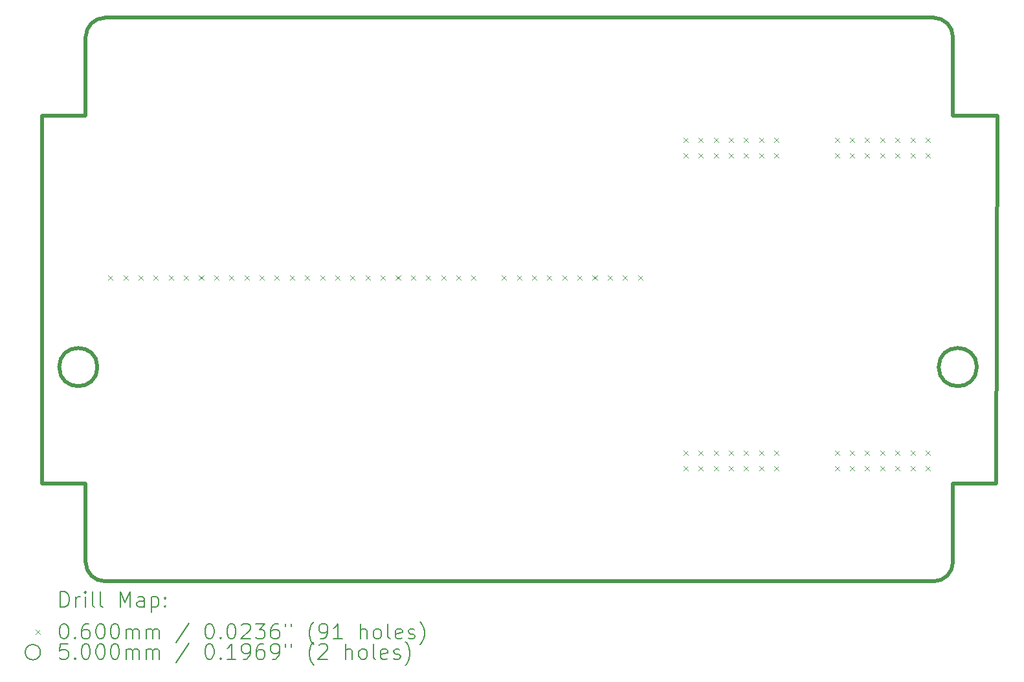
<source format=gbr>
%TF.GenerationSoftware,KiCad,Pcbnew,9.0.1*%
%TF.CreationDate,2025-08-01T20:54:46+02:00*%
%TF.ProjectId,monaco-gp-28,6d6f6e61-636f-42d6-9770-2d32382e6b69,rev?*%
%TF.SameCoordinates,Original*%
%TF.FileFunction,Drillmap*%
%TF.FilePolarity,Positive*%
%FSLAX45Y45*%
G04 Gerber Fmt 4.5, Leading zero omitted, Abs format (unit mm)*
G04 Created by KiCad (PCBNEW 9.0.1) date 2025-08-01 20:54:46*
%MOMM*%
%LPD*%
G01*
G04 APERTURE LIST*
%ADD10C,0.500000*%
%ADD11C,0.200000*%
%ADD12C,0.100000*%
G04 APERTURE END LIST*
D10*
X597300Y-6183000D02*
X30300Y-6183000D01*
X11940000Y-1366000D02*
X12524300Y-1366000D01*
X597000Y-1369000D02*
X30000Y-1369000D01*
X11940300Y-6186000D02*
X12507300Y-6186000D01*
X30300Y-1369000D02*
X30300Y-6183000D01*
X12524300Y-1366000D02*
X12507300Y-6186000D01*
X597000Y-336000D02*
X597000Y-1369000D01*
X847000Y-86000D02*
X11690000Y-86000D01*
X11940000Y-336000D02*
X11940000Y-1366000D01*
X597000Y-336000D02*
G75*
G02*
X847000Y-86000I250000J0D01*
G01*
X11690000Y-86000D02*
G75*
G02*
X11940000Y-336000I0J-250000D01*
G01*
X597300Y-7216000D02*
X597300Y-6183000D01*
X847300Y-7466000D02*
X11690300Y-7466000D01*
X11940300Y-7216000D02*
X11940300Y-6186000D01*
X847300Y-7466000D02*
G75*
G02*
X597300Y-7216000I0J250000D01*
G01*
X11940300Y-7216000D02*
G75*
G02*
X11690300Y-7466000I-250000J0D01*
G01*
D11*
D12*
X891000Y-3456000D02*
X951000Y-3516000D01*
X951000Y-3456000D02*
X891000Y-3516000D01*
X1089000Y-3456000D02*
X1149000Y-3516000D01*
X1149000Y-3456000D02*
X1089000Y-3516000D01*
X1287000Y-3456000D02*
X1347000Y-3516000D01*
X1347000Y-3456000D02*
X1287000Y-3516000D01*
X1485000Y-3456000D02*
X1545000Y-3516000D01*
X1545000Y-3456000D02*
X1485000Y-3516000D01*
X1683000Y-3456000D02*
X1743000Y-3516000D01*
X1743000Y-3456000D02*
X1683000Y-3516000D01*
X1881000Y-3456000D02*
X1941000Y-3516000D01*
X1941000Y-3456000D02*
X1881000Y-3516000D01*
X2079000Y-3456000D02*
X2139000Y-3516000D01*
X2139000Y-3456000D02*
X2079000Y-3516000D01*
X2277000Y-3456000D02*
X2337000Y-3516000D01*
X2337000Y-3456000D02*
X2277000Y-3516000D01*
X2475000Y-3456000D02*
X2535000Y-3516000D01*
X2535000Y-3456000D02*
X2475000Y-3516000D01*
X2673000Y-3456000D02*
X2733000Y-3516000D01*
X2733000Y-3456000D02*
X2673000Y-3516000D01*
X2871000Y-3456000D02*
X2931000Y-3516000D01*
X2931000Y-3456000D02*
X2871000Y-3516000D01*
X3069000Y-3456000D02*
X3129000Y-3516000D01*
X3129000Y-3456000D02*
X3069000Y-3516000D01*
X3267000Y-3456000D02*
X3327000Y-3516000D01*
X3327000Y-3456000D02*
X3267000Y-3516000D01*
X3465000Y-3456000D02*
X3525000Y-3516000D01*
X3525000Y-3456000D02*
X3465000Y-3516000D01*
X3663000Y-3456000D02*
X3723000Y-3516000D01*
X3723000Y-3456000D02*
X3663000Y-3516000D01*
X3861000Y-3456000D02*
X3921000Y-3516000D01*
X3921000Y-3456000D02*
X3861000Y-3516000D01*
X4059000Y-3456000D02*
X4119000Y-3516000D01*
X4119000Y-3456000D02*
X4059000Y-3516000D01*
X4257000Y-3456000D02*
X4317000Y-3516000D01*
X4317000Y-3456000D02*
X4257000Y-3516000D01*
X4455000Y-3456000D02*
X4515000Y-3516000D01*
X4515000Y-3456000D02*
X4455000Y-3516000D01*
X4653000Y-3456000D02*
X4713000Y-3516000D01*
X4713000Y-3456000D02*
X4653000Y-3516000D01*
X4851000Y-3456000D02*
X4911000Y-3516000D01*
X4911000Y-3456000D02*
X4851000Y-3516000D01*
X5049000Y-3456000D02*
X5109000Y-3516000D01*
X5109000Y-3456000D02*
X5049000Y-3516000D01*
X5247000Y-3456000D02*
X5307000Y-3516000D01*
X5307000Y-3456000D02*
X5247000Y-3516000D01*
X5445000Y-3456000D02*
X5505000Y-3516000D01*
X5505000Y-3456000D02*
X5445000Y-3516000D01*
X5643000Y-3456000D02*
X5703000Y-3516000D01*
X5703000Y-3456000D02*
X5643000Y-3516000D01*
X6039000Y-3456000D02*
X6099000Y-3516000D01*
X6099000Y-3456000D02*
X6039000Y-3516000D01*
X6237000Y-3456000D02*
X6297000Y-3516000D01*
X6297000Y-3456000D02*
X6237000Y-3516000D01*
X6435000Y-3456000D02*
X6495000Y-3516000D01*
X6495000Y-3456000D02*
X6435000Y-3516000D01*
X6633000Y-3456000D02*
X6693000Y-3516000D01*
X6693000Y-3456000D02*
X6633000Y-3516000D01*
X6831000Y-3456000D02*
X6891000Y-3516000D01*
X6891000Y-3456000D02*
X6831000Y-3516000D01*
X7029000Y-3456000D02*
X7089000Y-3516000D01*
X7089000Y-3456000D02*
X7029000Y-3516000D01*
X7227000Y-3456000D02*
X7287000Y-3516000D01*
X7287000Y-3456000D02*
X7227000Y-3516000D01*
X7425000Y-3456000D02*
X7485000Y-3516000D01*
X7485000Y-3456000D02*
X7425000Y-3516000D01*
X7623000Y-3456000D02*
X7683000Y-3516000D01*
X7683000Y-3456000D02*
X7623000Y-3516000D01*
X7821000Y-3456000D02*
X7881000Y-3516000D01*
X7881000Y-3456000D02*
X7821000Y-3516000D01*
X8415000Y-1656000D02*
X8475000Y-1716000D01*
X8475000Y-1656000D02*
X8415000Y-1716000D01*
X8415000Y-1856000D02*
X8475000Y-1916000D01*
X8475000Y-1856000D02*
X8415000Y-1916000D01*
X8415000Y-5756000D02*
X8475000Y-5816000D01*
X8475000Y-5756000D02*
X8415000Y-5816000D01*
X8415000Y-5956000D02*
X8475000Y-6016000D01*
X8475000Y-5956000D02*
X8415000Y-6016000D01*
X8613000Y-1656000D02*
X8673000Y-1716000D01*
X8673000Y-1656000D02*
X8613000Y-1716000D01*
X8613000Y-1856000D02*
X8673000Y-1916000D01*
X8673000Y-1856000D02*
X8613000Y-1916000D01*
X8613000Y-5756000D02*
X8673000Y-5816000D01*
X8673000Y-5756000D02*
X8613000Y-5816000D01*
X8613000Y-5956000D02*
X8673000Y-6016000D01*
X8673000Y-5956000D02*
X8613000Y-6016000D01*
X8811000Y-1656000D02*
X8871000Y-1716000D01*
X8871000Y-1656000D02*
X8811000Y-1716000D01*
X8811000Y-1856000D02*
X8871000Y-1916000D01*
X8871000Y-1856000D02*
X8811000Y-1916000D01*
X8811000Y-5756000D02*
X8871000Y-5816000D01*
X8871000Y-5756000D02*
X8811000Y-5816000D01*
X8811000Y-5956000D02*
X8871000Y-6016000D01*
X8871000Y-5956000D02*
X8811000Y-6016000D01*
X9009000Y-1656000D02*
X9069000Y-1716000D01*
X9069000Y-1656000D02*
X9009000Y-1716000D01*
X9009000Y-1856000D02*
X9069000Y-1916000D01*
X9069000Y-1856000D02*
X9009000Y-1916000D01*
X9009000Y-5756000D02*
X9069000Y-5816000D01*
X9069000Y-5756000D02*
X9009000Y-5816000D01*
X9009000Y-5956000D02*
X9069000Y-6016000D01*
X9069000Y-5956000D02*
X9009000Y-6016000D01*
X9207000Y-1656000D02*
X9267000Y-1716000D01*
X9267000Y-1656000D02*
X9207000Y-1716000D01*
X9207000Y-1856000D02*
X9267000Y-1916000D01*
X9267000Y-1856000D02*
X9207000Y-1916000D01*
X9207000Y-5756000D02*
X9267000Y-5816000D01*
X9267000Y-5756000D02*
X9207000Y-5816000D01*
X9207000Y-5956000D02*
X9267000Y-6016000D01*
X9267000Y-5956000D02*
X9207000Y-6016000D01*
X9405000Y-1656000D02*
X9465000Y-1716000D01*
X9465000Y-1656000D02*
X9405000Y-1716000D01*
X9405000Y-1856000D02*
X9465000Y-1916000D01*
X9465000Y-1856000D02*
X9405000Y-1916000D01*
X9405000Y-5756000D02*
X9465000Y-5816000D01*
X9465000Y-5756000D02*
X9405000Y-5816000D01*
X9405000Y-5956000D02*
X9465000Y-6016000D01*
X9465000Y-5956000D02*
X9405000Y-6016000D01*
X9603000Y-1656000D02*
X9663000Y-1716000D01*
X9663000Y-1656000D02*
X9603000Y-1716000D01*
X9603000Y-1856000D02*
X9663000Y-1916000D01*
X9663000Y-1856000D02*
X9603000Y-1916000D01*
X9603000Y-5756000D02*
X9663000Y-5816000D01*
X9663000Y-5756000D02*
X9603000Y-5816000D01*
X9603000Y-5956000D02*
X9663000Y-6016000D01*
X9663000Y-5956000D02*
X9603000Y-6016000D01*
X10395000Y-1656000D02*
X10455000Y-1716000D01*
X10455000Y-1656000D02*
X10395000Y-1716000D01*
X10395000Y-1856000D02*
X10455000Y-1916000D01*
X10455000Y-1856000D02*
X10395000Y-1916000D01*
X10395000Y-5756000D02*
X10455000Y-5816000D01*
X10455000Y-5756000D02*
X10395000Y-5816000D01*
X10395000Y-5956000D02*
X10455000Y-6016000D01*
X10455000Y-5956000D02*
X10395000Y-6016000D01*
X10593000Y-1656000D02*
X10653000Y-1716000D01*
X10653000Y-1656000D02*
X10593000Y-1716000D01*
X10593000Y-1856000D02*
X10653000Y-1916000D01*
X10653000Y-1856000D02*
X10593000Y-1916000D01*
X10593000Y-5756000D02*
X10653000Y-5816000D01*
X10653000Y-5756000D02*
X10593000Y-5816000D01*
X10593000Y-5956000D02*
X10653000Y-6016000D01*
X10653000Y-5956000D02*
X10593000Y-6016000D01*
X10791000Y-1656000D02*
X10851000Y-1716000D01*
X10851000Y-1656000D02*
X10791000Y-1716000D01*
X10791000Y-1856000D02*
X10851000Y-1916000D01*
X10851000Y-1856000D02*
X10791000Y-1916000D01*
X10791000Y-5756000D02*
X10851000Y-5816000D01*
X10851000Y-5756000D02*
X10791000Y-5816000D01*
X10791000Y-5956000D02*
X10851000Y-6016000D01*
X10851000Y-5956000D02*
X10791000Y-6016000D01*
X10989000Y-1656000D02*
X11049000Y-1716000D01*
X11049000Y-1656000D02*
X10989000Y-1716000D01*
X10989000Y-1856000D02*
X11049000Y-1916000D01*
X11049000Y-1856000D02*
X10989000Y-1916000D01*
X10989000Y-5756000D02*
X11049000Y-5816000D01*
X11049000Y-5756000D02*
X10989000Y-5816000D01*
X10989000Y-5956000D02*
X11049000Y-6016000D01*
X11049000Y-5956000D02*
X10989000Y-6016000D01*
X11187000Y-1656000D02*
X11247000Y-1716000D01*
X11247000Y-1656000D02*
X11187000Y-1716000D01*
X11187000Y-1856000D02*
X11247000Y-1916000D01*
X11247000Y-1856000D02*
X11187000Y-1916000D01*
X11187000Y-5756000D02*
X11247000Y-5816000D01*
X11247000Y-5756000D02*
X11187000Y-5816000D01*
X11187000Y-5956000D02*
X11247000Y-6016000D01*
X11247000Y-5956000D02*
X11187000Y-6016000D01*
X11385000Y-1656000D02*
X11445000Y-1716000D01*
X11445000Y-1656000D02*
X11385000Y-1716000D01*
X11385000Y-1856000D02*
X11445000Y-1916000D01*
X11445000Y-1856000D02*
X11385000Y-1916000D01*
X11385000Y-5756000D02*
X11445000Y-5816000D01*
X11445000Y-5756000D02*
X11385000Y-5816000D01*
X11385000Y-5956000D02*
X11445000Y-6016000D01*
X11445000Y-5956000D02*
X11385000Y-6016000D01*
X11583000Y-1656000D02*
X11643000Y-1716000D01*
X11643000Y-1656000D02*
X11583000Y-1716000D01*
X11583000Y-1856000D02*
X11643000Y-1916000D01*
X11643000Y-1856000D02*
X11583000Y-1916000D01*
X11583000Y-5756000D02*
X11643000Y-5816000D01*
X11643000Y-5756000D02*
X11583000Y-5816000D01*
X11583000Y-5956000D02*
X11643000Y-6016000D01*
X11643000Y-5956000D02*
X11583000Y-6016000D01*
D10*
X750000Y-4660700D02*
G75*
G02*
X250000Y-4660700I-250000J0D01*
G01*
X250000Y-4660700D02*
G75*
G02*
X750000Y-4660700I250000J0D01*
G01*
X12254000Y-4660700D02*
G75*
G02*
X11754000Y-4660700I-250000J0D01*
G01*
X11754000Y-4660700D02*
G75*
G02*
X12254000Y-4660700I250000J0D01*
G01*
D11*
X265777Y-7802484D02*
X265777Y-7602484D01*
X265777Y-7602484D02*
X313396Y-7602484D01*
X313396Y-7602484D02*
X341967Y-7612008D01*
X341967Y-7612008D02*
X361015Y-7631055D01*
X361015Y-7631055D02*
X370539Y-7650103D01*
X370539Y-7650103D02*
X380062Y-7688198D01*
X380062Y-7688198D02*
X380062Y-7716769D01*
X380062Y-7716769D02*
X370539Y-7754865D01*
X370539Y-7754865D02*
X361015Y-7773912D01*
X361015Y-7773912D02*
X341967Y-7792960D01*
X341967Y-7792960D02*
X313396Y-7802484D01*
X313396Y-7802484D02*
X265777Y-7802484D01*
X465777Y-7802484D02*
X465777Y-7669150D01*
X465777Y-7707246D02*
X475301Y-7688198D01*
X475301Y-7688198D02*
X484824Y-7678674D01*
X484824Y-7678674D02*
X503872Y-7669150D01*
X503872Y-7669150D02*
X522920Y-7669150D01*
X589586Y-7802484D02*
X589586Y-7669150D01*
X589586Y-7602484D02*
X580063Y-7612008D01*
X580063Y-7612008D02*
X589586Y-7621531D01*
X589586Y-7621531D02*
X599110Y-7612008D01*
X599110Y-7612008D02*
X589586Y-7602484D01*
X589586Y-7602484D02*
X589586Y-7621531D01*
X713396Y-7802484D02*
X694348Y-7792960D01*
X694348Y-7792960D02*
X684824Y-7773912D01*
X684824Y-7773912D02*
X684824Y-7602484D01*
X818158Y-7802484D02*
X799110Y-7792960D01*
X799110Y-7792960D02*
X789586Y-7773912D01*
X789586Y-7773912D02*
X789586Y-7602484D01*
X1046729Y-7802484D02*
X1046729Y-7602484D01*
X1046729Y-7602484D02*
X1113396Y-7745341D01*
X1113396Y-7745341D02*
X1180063Y-7602484D01*
X1180063Y-7602484D02*
X1180063Y-7802484D01*
X1361015Y-7802484D02*
X1361015Y-7697722D01*
X1361015Y-7697722D02*
X1351491Y-7678674D01*
X1351491Y-7678674D02*
X1332444Y-7669150D01*
X1332444Y-7669150D02*
X1294348Y-7669150D01*
X1294348Y-7669150D02*
X1275301Y-7678674D01*
X1361015Y-7792960D02*
X1341967Y-7802484D01*
X1341967Y-7802484D02*
X1294348Y-7802484D01*
X1294348Y-7802484D02*
X1275301Y-7792960D01*
X1275301Y-7792960D02*
X1265777Y-7773912D01*
X1265777Y-7773912D02*
X1265777Y-7754865D01*
X1265777Y-7754865D02*
X1275301Y-7735817D01*
X1275301Y-7735817D02*
X1294348Y-7726293D01*
X1294348Y-7726293D02*
X1341967Y-7726293D01*
X1341967Y-7726293D02*
X1361015Y-7716769D01*
X1456253Y-7669150D02*
X1456253Y-7869150D01*
X1456253Y-7678674D02*
X1475301Y-7669150D01*
X1475301Y-7669150D02*
X1513396Y-7669150D01*
X1513396Y-7669150D02*
X1532443Y-7678674D01*
X1532443Y-7678674D02*
X1541967Y-7688198D01*
X1541967Y-7688198D02*
X1551491Y-7707246D01*
X1551491Y-7707246D02*
X1551491Y-7764388D01*
X1551491Y-7764388D02*
X1541967Y-7783436D01*
X1541967Y-7783436D02*
X1532443Y-7792960D01*
X1532443Y-7792960D02*
X1513396Y-7802484D01*
X1513396Y-7802484D02*
X1475301Y-7802484D01*
X1475301Y-7802484D02*
X1456253Y-7792960D01*
X1637205Y-7783436D02*
X1646729Y-7792960D01*
X1646729Y-7792960D02*
X1637205Y-7802484D01*
X1637205Y-7802484D02*
X1627682Y-7792960D01*
X1627682Y-7792960D02*
X1637205Y-7783436D01*
X1637205Y-7783436D02*
X1637205Y-7802484D01*
X1637205Y-7678674D02*
X1646729Y-7688198D01*
X1646729Y-7688198D02*
X1637205Y-7697722D01*
X1637205Y-7697722D02*
X1627682Y-7688198D01*
X1627682Y-7688198D02*
X1637205Y-7678674D01*
X1637205Y-7678674D02*
X1637205Y-7697722D01*
D12*
X-55000Y-8101000D02*
X5000Y-8161000D01*
X5000Y-8101000D02*
X-55000Y-8161000D01*
D11*
X303872Y-8022484D02*
X322920Y-8022484D01*
X322920Y-8022484D02*
X341967Y-8032008D01*
X341967Y-8032008D02*
X351491Y-8041531D01*
X351491Y-8041531D02*
X361015Y-8060579D01*
X361015Y-8060579D02*
X370539Y-8098674D01*
X370539Y-8098674D02*
X370539Y-8146293D01*
X370539Y-8146293D02*
X361015Y-8184388D01*
X361015Y-8184388D02*
X351491Y-8203436D01*
X351491Y-8203436D02*
X341967Y-8212960D01*
X341967Y-8212960D02*
X322920Y-8222484D01*
X322920Y-8222484D02*
X303872Y-8222484D01*
X303872Y-8222484D02*
X284824Y-8212960D01*
X284824Y-8212960D02*
X275301Y-8203436D01*
X275301Y-8203436D02*
X265777Y-8184388D01*
X265777Y-8184388D02*
X256253Y-8146293D01*
X256253Y-8146293D02*
X256253Y-8098674D01*
X256253Y-8098674D02*
X265777Y-8060579D01*
X265777Y-8060579D02*
X275301Y-8041531D01*
X275301Y-8041531D02*
X284824Y-8032008D01*
X284824Y-8032008D02*
X303872Y-8022484D01*
X456253Y-8203436D02*
X465777Y-8212960D01*
X465777Y-8212960D02*
X456253Y-8222484D01*
X456253Y-8222484D02*
X446729Y-8212960D01*
X446729Y-8212960D02*
X456253Y-8203436D01*
X456253Y-8203436D02*
X456253Y-8222484D01*
X637205Y-8022484D02*
X599110Y-8022484D01*
X599110Y-8022484D02*
X580063Y-8032008D01*
X580063Y-8032008D02*
X570539Y-8041531D01*
X570539Y-8041531D02*
X551491Y-8070103D01*
X551491Y-8070103D02*
X541967Y-8108198D01*
X541967Y-8108198D02*
X541967Y-8184388D01*
X541967Y-8184388D02*
X551491Y-8203436D01*
X551491Y-8203436D02*
X561015Y-8212960D01*
X561015Y-8212960D02*
X580063Y-8222484D01*
X580063Y-8222484D02*
X618158Y-8222484D01*
X618158Y-8222484D02*
X637205Y-8212960D01*
X637205Y-8212960D02*
X646729Y-8203436D01*
X646729Y-8203436D02*
X656253Y-8184388D01*
X656253Y-8184388D02*
X656253Y-8136769D01*
X656253Y-8136769D02*
X646729Y-8117722D01*
X646729Y-8117722D02*
X637205Y-8108198D01*
X637205Y-8108198D02*
X618158Y-8098674D01*
X618158Y-8098674D02*
X580063Y-8098674D01*
X580063Y-8098674D02*
X561015Y-8108198D01*
X561015Y-8108198D02*
X551491Y-8117722D01*
X551491Y-8117722D02*
X541967Y-8136769D01*
X780062Y-8022484D02*
X799110Y-8022484D01*
X799110Y-8022484D02*
X818158Y-8032008D01*
X818158Y-8032008D02*
X827682Y-8041531D01*
X827682Y-8041531D02*
X837205Y-8060579D01*
X837205Y-8060579D02*
X846729Y-8098674D01*
X846729Y-8098674D02*
X846729Y-8146293D01*
X846729Y-8146293D02*
X837205Y-8184388D01*
X837205Y-8184388D02*
X827682Y-8203436D01*
X827682Y-8203436D02*
X818158Y-8212960D01*
X818158Y-8212960D02*
X799110Y-8222484D01*
X799110Y-8222484D02*
X780062Y-8222484D01*
X780062Y-8222484D02*
X761015Y-8212960D01*
X761015Y-8212960D02*
X751491Y-8203436D01*
X751491Y-8203436D02*
X741967Y-8184388D01*
X741967Y-8184388D02*
X732443Y-8146293D01*
X732443Y-8146293D02*
X732443Y-8098674D01*
X732443Y-8098674D02*
X741967Y-8060579D01*
X741967Y-8060579D02*
X751491Y-8041531D01*
X751491Y-8041531D02*
X761015Y-8032008D01*
X761015Y-8032008D02*
X780062Y-8022484D01*
X970539Y-8022484D02*
X989586Y-8022484D01*
X989586Y-8022484D02*
X1008634Y-8032008D01*
X1008634Y-8032008D02*
X1018158Y-8041531D01*
X1018158Y-8041531D02*
X1027682Y-8060579D01*
X1027682Y-8060579D02*
X1037205Y-8098674D01*
X1037205Y-8098674D02*
X1037205Y-8146293D01*
X1037205Y-8146293D02*
X1027682Y-8184388D01*
X1027682Y-8184388D02*
X1018158Y-8203436D01*
X1018158Y-8203436D02*
X1008634Y-8212960D01*
X1008634Y-8212960D02*
X989586Y-8222484D01*
X989586Y-8222484D02*
X970539Y-8222484D01*
X970539Y-8222484D02*
X951491Y-8212960D01*
X951491Y-8212960D02*
X941967Y-8203436D01*
X941967Y-8203436D02*
X932443Y-8184388D01*
X932443Y-8184388D02*
X922920Y-8146293D01*
X922920Y-8146293D02*
X922920Y-8098674D01*
X922920Y-8098674D02*
X932443Y-8060579D01*
X932443Y-8060579D02*
X941967Y-8041531D01*
X941967Y-8041531D02*
X951491Y-8032008D01*
X951491Y-8032008D02*
X970539Y-8022484D01*
X1122920Y-8222484D02*
X1122920Y-8089150D01*
X1122920Y-8108198D02*
X1132444Y-8098674D01*
X1132444Y-8098674D02*
X1151491Y-8089150D01*
X1151491Y-8089150D02*
X1180063Y-8089150D01*
X1180063Y-8089150D02*
X1199110Y-8098674D01*
X1199110Y-8098674D02*
X1208634Y-8117722D01*
X1208634Y-8117722D02*
X1208634Y-8222484D01*
X1208634Y-8117722D02*
X1218158Y-8098674D01*
X1218158Y-8098674D02*
X1237205Y-8089150D01*
X1237205Y-8089150D02*
X1265777Y-8089150D01*
X1265777Y-8089150D02*
X1284825Y-8098674D01*
X1284825Y-8098674D02*
X1294348Y-8117722D01*
X1294348Y-8117722D02*
X1294348Y-8222484D01*
X1389586Y-8222484D02*
X1389586Y-8089150D01*
X1389586Y-8108198D02*
X1399110Y-8098674D01*
X1399110Y-8098674D02*
X1418158Y-8089150D01*
X1418158Y-8089150D02*
X1446729Y-8089150D01*
X1446729Y-8089150D02*
X1465777Y-8098674D01*
X1465777Y-8098674D02*
X1475301Y-8117722D01*
X1475301Y-8117722D02*
X1475301Y-8222484D01*
X1475301Y-8117722D02*
X1484824Y-8098674D01*
X1484824Y-8098674D02*
X1503872Y-8089150D01*
X1503872Y-8089150D02*
X1532443Y-8089150D01*
X1532443Y-8089150D02*
X1551491Y-8098674D01*
X1551491Y-8098674D02*
X1561015Y-8117722D01*
X1561015Y-8117722D02*
X1561015Y-8222484D01*
X1951491Y-8012960D02*
X1780063Y-8270103D01*
X2208634Y-8022484D02*
X2227682Y-8022484D01*
X2227682Y-8022484D02*
X2246729Y-8032008D01*
X2246729Y-8032008D02*
X2256253Y-8041531D01*
X2256253Y-8041531D02*
X2265777Y-8060579D01*
X2265777Y-8060579D02*
X2275301Y-8098674D01*
X2275301Y-8098674D02*
X2275301Y-8146293D01*
X2275301Y-8146293D02*
X2265777Y-8184388D01*
X2265777Y-8184388D02*
X2256253Y-8203436D01*
X2256253Y-8203436D02*
X2246729Y-8212960D01*
X2246729Y-8212960D02*
X2227682Y-8222484D01*
X2227682Y-8222484D02*
X2208634Y-8222484D01*
X2208634Y-8222484D02*
X2189587Y-8212960D01*
X2189587Y-8212960D02*
X2180063Y-8203436D01*
X2180063Y-8203436D02*
X2170539Y-8184388D01*
X2170539Y-8184388D02*
X2161015Y-8146293D01*
X2161015Y-8146293D02*
X2161015Y-8098674D01*
X2161015Y-8098674D02*
X2170539Y-8060579D01*
X2170539Y-8060579D02*
X2180063Y-8041531D01*
X2180063Y-8041531D02*
X2189587Y-8032008D01*
X2189587Y-8032008D02*
X2208634Y-8022484D01*
X2361015Y-8203436D02*
X2370539Y-8212960D01*
X2370539Y-8212960D02*
X2361015Y-8222484D01*
X2361015Y-8222484D02*
X2351491Y-8212960D01*
X2351491Y-8212960D02*
X2361015Y-8203436D01*
X2361015Y-8203436D02*
X2361015Y-8222484D01*
X2494348Y-8022484D02*
X2513396Y-8022484D01*
X2513396Y-8022484D02*
X2532444Y-8032008D01*
X2532444Y-8032008D02*
X2541968Y-8041531D01*
X2541968Y-8041531D02*
X2551491Y-8060579D01*
X2551491Y-8060579D02*
X2561015Y-8098674D01*
X2561015Y-8098674D02*
X2561015Y-8146293D01*
X2561015Y-8146293D02*
X2551491Y-8184388D01*
X2551491Y-8184388D02*
X2541968Y-8203436D01*
X2541968Y-8203436D02*
X2532444Y-8212960D01*
X2532444Y-8212960D02*
X2513396Y-8222484D01*
X2513396Y-8222484D02*
X2494348Y-8222484D01*
X2494348Y-8222484D02*
X2475301Y-8212960D01*
X2475301Y-8212960D02*
X2465777Y-8203436D01*
X2465777Y-8203436D02*
X2456253Y-8184388D01*
X2456253Y-8184388D02*
X2446729Y-8146293D01*
X2446729Y-8146293D02*
X2446729Y-8098674D01*
X2446729Y-8098674D02*
X2456253Y-8060579D01*
X2456253Y-8060579D02*
X2465777Y-8041531D01*
X2465777Y-8041531D02*
X2475301Y-8032008D01*
X2475301Y-8032008D02*
X2494348Y-8022484D01*
X2637206Y-8041531D02*
X2646729Y-8032008D01*
X2646729Y-8032008D02*
X2665777Y-8022484D01*
X2665777Y-8022484D02*
X2713396Y-8022484D01*
X2713396Y-8022484D02*
X2732444Y-8032008D01*
X2732444Y-8032008D02*
X2741968Y-8041531D01*
X2741968Y-8041531D02*
X2751491Y-8060579D01*
X2751491Y-8060579D02*
X2751491Y-8079627D01*
X2751491Y-8079627D02*
X2741968Y-8108198D01*
X2741968Y-8108198D02*
X2627682Y-8222484D01*
X2627682Y-8222484D02*
X2751491Y-8222484D01*
X2818158Y-8022484D02*
X2941967Y-8022484D01*
X2941967Y-8022484D02*
X2875301Y-8098674D01*
X2875301Y-8098674D02*
X2903872Y-8098674D01*
X2903872Y-8098674D02*
X2922920Y-8108198D01*
X2922920Y-8108198D02*
X2932444Y-8117722D01*
X2932444Y-8117722D02*
X2941967Y-8136769D01*
X2941967Y-8136769D02*
X2941967Y-8184388D01*
X2941967Y-8184388D02*
X2932444Y-8203436D01*
X2932444Y-8203436D02*
X2922920Y-8212960D01*
X2922920Y-8212960D02*
X2903872Y-8222484D01*
X2903872Y-8222484D02*
X2846729Y-8222484D01*
X2846729Y-8222484D02*
X2827682Y-8212960D01*
X2827682Y-8212960D02*
X2818158Y-8203436D01*
X3113396Y-8022484D02*
X3075301Y-8022484D01*
X3075301Y-8022484D02*
X3056253Y-8032008D01*
X3056253Y-8032008D02*
X3046729Y-8041531D01*
X3046729Y-8041531D02*
X3027682Y-8070103D01*
X3027682Y-8070103D02*
X3018158Y-8108198D01*
X3018158Y-8108198D02*
X3018158Y-8184388D01*
X3018158Y-8184388D02*
X3027682Y-8203436D01*
X3027682Y-8203436D02*
X3037206Y-8212960D01*
X3037206Y-8212960D02*
X3056253Y-8222484D01*
X3056253Y-8222484D02*
X3094348Y-8222484D01*
X3094348Y-8222484D02*
X3113396Y-8212960D01*
X3113396Y-8212960D02*
X3122920Y-8203436D01*
X3122920Y-8203436D02*
X3132444Y-8184388D01*
X3132444Y-8184388D02*
X3132444Y-8136769D01*
X3132444Y-8136769D02*
X3122920Y-8117722D01*
X3122920Y-8117722D02*
X3113396Y-8108198D01*
X3113396Y-8108198D02*
X3094348Y-8098674D01*
X3094348Y-8098674D02*
X3056253Y-8098674D01*
X3056253Y-8098674D02*
X3037206Y-8108198D01*
X3037206Y-8108198D02*
X3027682Y-8117722D01*
X3027682Y-8117722D02*
X3018158Y-8136769D01*
X3208634Y-8022484D02*
X3208634Y-8060579D01*
X3284825Y-8022484D02*
X3284825Y-8060579D01*
X3580063Y-8298674D02*
X3570539Y-8289150D01*
X3570539Y-8289150D02*
X3551491Y-8260579D01*
X3551491Y-8260579D02*
X3541968Y-8241531D01*
X3541968Y-8241531D02*
X3532444Y-8212960D01*
X3532444Y-8212960D02*
X3522920Y-8165341D01*
X3522920Y-8165341D02*
X3522920Y-8127246D01*
X3522920Y-8127246D02*
X3532444Y-8079627D01*
X3532444Y-8079627D02*
X3541968Y-8051055D01*
X3541968Y-8051055D02*
X3551491Y-8032008D01*
X3551491Y-8032008D02*
X3570539Y-8003436D01*
X3570539Y-8003436D02*
X3580063Y-7993912D01*
X3665777Y-8222484D02*
X3703872Y-8222484D01*
X3703872Y-8222484D02*
X3722920Y-8212960D01*
X3722920Y-8212960D02*
X3732444Y-8203436D01*
X3732444Y-8203436D02*
X3751491Y-8174865D01*
X3751491Y-8174865D02*
X3761015Y-8136769D01*
X3761015Y-8136769D02*
X3761015Y-8060579D01*
X3761015Y-8060579D02*
X3751491Y-8041531D01*
X3751491Y-8041531D02*
X3741968Y-8032008D01*
X3741968Y-8032008D02*
X3722920Y-8022484D01*
X3722920Y-8022484D02*
X3684825Y-8022484D01*
X3684825Y-8022484D02*
X3665777Y-8032008D01*
X3665777Y-8032008D02*
X3656253Y-8041531D01*
X3656253Y-8041531D02*
X3646729Y-8060579D01*
X3646729Y-8060579D02*
X3646729Y-8108198D01*
X3646729Y-8108198D02*
X3656253Y-8127246D01*
X3656253Y-8127246D02*
X3665777Y-8136769D01*
X3665777Y-8136769D02*
X3684825Y-8146293D01*
X3684825Y-8146293D02*
X3722920Y-8146293D01*
X3722920Y-8146293D02*
X3741968Y-8136769D01*
X3741968Y-8136769D02*
X3751491Y-8127246D01*
X3751491Y-8127246D02*
X3761015Y-8108198D01*
X3951491Y-8222484D02*
X3837206Y-8222484D01*
X3894348Y-8222484D02*
X3894348Y-8022484D01*
X3894348Y-8022484D02*
X3875301Y-8051055D01*
X3875301Y-8051055D02*
X3856253Y-8070103D01*
X3856253Y-8070103D02*
X3837206Y-8079627D01*
X4189587Y-8222484D02*
X4189587Y-8022484D01*
X4275301Y-8222484D02*
X4275301Y-8117722D01*
X4275301Y-8117722D02*
X4265777Y-8098674D01*
X4265777Y-8098674D02*
X4246730Y-8089150D01*
X4246730Y-8089150D02*
X4218158Y-8089150D01*
X4218158Y-8089150D02*
X4199111Y-8098674D01*
X4199111Y-8098674D02*
X4189587Y-8108198D01*
X4399111Y-8222484D02*
X4380063Y-8212960D01*
X4380063Y-8212960D02*
X4370539Y-8203436D01*
X4370539Y-8203436D02*
X4361015Y-8184388D01*
X4361015Y-8184388D02*
X4361015Y-8127246D01*
X4361015Y-8127246D02*
X4370539Y-8108198D01*
X4370539Y-8108198D02*
X4380063Y-8098674D01*
X4380063Y-8098674D02*
X4399111Y-8089150D01*
X4399111Y-8089150D02*
X4427682Y-8089150D01*
X4427682Y-8089150D02*
X4446730Y-8098674D01*
X4446730Y-8098674D02*
X4456253Y-8108198D01*
X4456253Y-8108198D02*
X4465777Y-8127246D01*
X4465777Y-8127246D02*
X4465777Y-8184388D01*
X4465777Y-8184388D02*
X4456253Y-8203436D01*
X4456253Y-8203436D02*
X4446730Y-8212960D01*
X4446730Y-8212960D02*
X4427682Y-8222484D01*
X4427682Y-8222484D02*
X4399111Y-8222484D01*
X4580063Y-8222484D02*
X4561015Y-8212960D01*
X4561015Y-8212960D02*
X4551492Y-8193912D01*
X4551492Y-8193912D02*
X4551492Y-8022484D01*
X4732444Y-8212960D02*
X4713396Y-8222484D01*
X4713396Y-8222484D02*
X4675301Y-8222484D01*
X4675301Y-8222484D02*
X4656253Y-8212960D01*
X4656253Y-8212960D02*
X4646730Y-8193912D01*
X4646730Y-8193912D02*
X4646730Y-8117722D01*
X4646730Y-8117722D02*
X4656253Y-8098674D01*
X4656253Y-8098674D02*
X4675301Y-8089150D01*
X4675301Y-8089150D02*
X4713396Y-8089150D01*
X4713396Y-8089150D02*
X4732444Y-8098674D01*
X4732444Y-8098674D02*
X4741968Y-8117722D01*
X4741968Y-8117722D02*
X4741968Y-8136769D01*
X4741968Y-8136769D02*
X4646730Y-8155817D01*
X4818158Y-8212960D02*
X4837206Y-8222484D01*
X4837206Y-8222484D02*
X4875301Y-8222484D01*
X4875301Y-8222484D02*
X4894349Y-8212960D01*
X4894349Y-8212960D02*
X4903873Y-8193912D01*
X4903873Y-8193912D02*
X4903873Y-8184388D01*
X4903873Y-8184388D02*
X4894349Y-8165341D01*
X4894349Y-8165341D02*
X4875301Y-8155817D01*
X4875301Y-8155817D02*
X4846730Y-8155817D01*
X4846730Y-8155817D02*
X4827682Y-8146293D01*
X4827682Y-8146293D02*
X4818158Y-8127246D01*
X4818158Y-8127246D02*
X4818158Y-8117722D01*
X4818158Y-8117722D02*
X4827682Y-8098674D01*
X4827682Y-8098674D02*
X4846730Y-8089150D01*
X4846730Y-8089150D02*
X4875301Y-8089150D01*
X4875301Y-8089150D02*
X4894349Y-8098674D01*
X4970539Y-8298674D02*
X4980063Y-8289150D01*
X4980063Y-8289150D02*
X4999111Y-8260579D01*
X4999111Y-8260579D02*
X5008634Y-8241531D01*
X5008634Y-8241531D02*
X5018158Y-8212960D01*
X5018158Y-8212960D02*
X5027682Y-8165341D01*
X5027682Y-8165341D02*
X5027682Y-8127246D01*
X5027682Y-8127246D02*
X5018158Y-8079627D01*
X5018158Y-8079627D02*
X5008634Y-8051055D01*
X5008634Y-8051055D02*
X4999111Y-8032008D01*
X4999111Y-8032008D02*
X4980063Y-8003436D01*
X4980063Y-8003436D02*
X4970539Y-7993912D01*
X5000Y-8395000D02*
G75*
G02*
X-195000Y-8395000I-100000J0D01*
G01*
X-195000Y-8395000D02*
G75*
G02*
X5000Y-8395000I100000J0D01*
G01*
X361015Y-8286484D02*
X265777Y-8286484D01*
X265777Y-8286484D02*
X256253Y-8381722D01*
X256253Y-8381722D02*
X265777Y-8372198D01*
X265777Y-8372198D02*
X284824Y-8362674D01*
X284824Y-8362674D02*
X332444Y-8362674D01*
X332444Y-8362674D02*
X351491Y-8372198D01*
X351491Y-8372198D02*
X361015Y-8381722D01*
X361015Y-8381722D02*
X370539Y-8400770D01*
X370539Y-8400770D02*
X370539Y-8448389D01*
X370539Y-8448389D02*
X361015Y-8467436D01*
X361015Y-8467436D02*
X351491Y-8476960D01*
X351491Y-8476960D02*
X332444Y-8486484D01*
X332444Y-8486484D02*
X284824Y-8486484D01*
X284824Y-8486484D02*
X265777Y-8476960D01*
X265777Y-8476960D02*
X256253Y-8467436D01*
X456253Y-8467436D02*
X465777Y-8476960D01*
X465777Y-8476960D02*
X456253Y-8486484D01*
X456253Y-8486484D02*
X446729Y-8476960D01*
X446729Y-8476960D02*
X456253Y-8467436D01*
X456253Y-8467436D02*
X456253Y-8486484D01*
X589586Y-8286484D02*
X608634Y-8286484D01*
X608634Y-8286484D02*
X627682Y-8296008D01*
X627682Y-8296008D02*
X637205Y-8305531D01*
X637205Y-8305531D02*
X646729Y-8324579D01*
X646729Y-8324579D02*
X656253Y-8362674D01*
X656253Y-8362674D02*
X656253Y-8410293D01*
X656253Y-8410293D02*
X646729Y-8448389D01*
X646729Y-8448389D02*
X637205Y-8467436D01*
X637205Y-8467436D02*
X627682Y-8476960D01*
X627682Y-8476960D02*
X608634Y-8486484D01*
X608634Y-8486484D02*
X589586Y-8486484D01*
X589586Y-8486484D02*
X570539Y-8476960D01*
X570539Y-8476960D02*
X561015Y-8467436D01*
X561015Y-8467436D02*
X551491Y-8448389D01*
X551491Y-8448389D02*
X541967Y-8410293D01*
X541967Y-8410293D02*
X541967Y-8362674D01*
X541967Y-8362674D02*
X551491Y-8324579D01*
X551491Y-8324579D02*
X561015Y-8305531D01*
X561015Y-8305531D02*
X570539Y-8296008D01*
X570539Y-8296008D02*
X589586Y-8286484D01*
X780062Y-8286484D02*
X799110Y-8286484D01*
X799110Y-8286484D02*
X818158Y-8296008D01*
X818158Y-8296008D02*
X827682Y-8305531D01*
X827682Y-8305531D02*
X837205Y-8324579D01*
X837205Y-8324579D02*
X846729Y-8362674D01*
X846729Y-8362674D02*
X846729Y-8410293D01*
X846729Y-8410293D02*
X837205Y-8448389D01*
X837205Y-8448389D02*
X827682Y-8467436D01*
X827682Y-8467436D02*
X818158Y-8476960D01*
X818158Y-8476960D02*
X799110Y-8486484D01*
X799110Y-8486484D02*
X780062Y-8486484D01*
X780062Y-8486484D02*
X761015Y-8476960D01*
X761015Y-8476960D02*
X751491Y-8467436D01*
X751491Y-8467436D02*
X741967Y-8448389D01*
X741967Y-8448389D02*
X732443Y-8410293D01*
X732443Y-8410293D02*
X732443Y-8362674D01*
X732443Y-8362674D02*
X741967Y-8324579D01*
X741967Y-8324579D02*
X751491Y-8305531D01*
X751491Y-8305531D02*
X761015Y-8296008D01*
X761015Y-8296008D02*
X780062Y-8286484D01*
X970539Y-8286484D02*
X989586Y-8286484D01*
X989586Y-8286484D02*
X1008634Y-8296008D01*
X1008634Y-8296008D02*
X1018158Y-8305531D01*
X1018158Y-8305531D02*
X1027682Y-8324579D01*
X1027682Y-8324579D02*
X1037205Y-8362674D01*
X1037205Y-8362674D02*
X1037205Y-8410293D01*
X1037205Y-8410293D02*
X1027682Y-8448389D01*
X1027682Y-8448389D02*
X1018158Y-8467436D01*
X1018158Y-8467436D02*
X1008634Y-8476960D01*
X1008634Y-8476960D02*
X989586Y-8486484D01*
X989586Y-8486484D02*
X970539Y-8486484D01*
X970539Y-8486484D02*
X951491Y-8476960D01*
X951491Y-8476960D02*
X941967Y-8467436D01*
X941967Y-8467436D02*
X932443Y-8448389D01*
X932443Y-8448389D02*
X922920Y-8410293D01*
X922920Y-8410293D02*
X922920Y-8362674D01*
X922920Y-8362674D02*
X932443Y-8324579D01*
X932443Y-8324579D02*
X941967Y-8305531D01*
X941967Y-8305531D02*
X951491Y-8296008D01*
X951491Y-8296008D02*
X970539Y-8286484D01*
X1122920Y-8486484D02*
X1122920Y-8353150D01*
X1122920Y-8372198D02*
X1132444Y-8362674D01*
X1132444Y-8362674D02*
X1151491Y-8353150D01*
X1151491Y-8353150D02*
X1180063Y-8353150D01*
X1180063Y-8353150D02*
X1199110Y-8362674D01*
X1199110Y-8362674D02*
X1208634Y-8381722D01*
X1208634Y-8381722D02*
X1208634Y-8486484D01*
X1208634Y-8381722D02*
X1218158Y-8362674D01*
X1218158Y-8362674D02*
X1237205Y-8353150D01*
X1237205Y-8353150D02*
X1265777Y-8353150D01*
X1265777Y-8353150D02*
X1284825Y-8362674D01*
X1284825Y-8362674D02*
X1294348Y-8381722D01*
X1294348Y-8381722D02*
X1294348Y-8486484D01*
X1389586Y-8486484D02*
X1389586Y-8353150D01*
X1389586Y-8372198D02*
X1399110Y-8362674D01*
X1399110Y-8362674D02*
X1418158Y-8353150D01*
X1418158Y-8353150D02*
X1446729Y-8353150D01*
X1446729Y-8353150D02*
X1465777Y-8362674D01*
X1465777Y-8362674D02*
X1475301Y-8381722D01*
X1475301Y-8381722D02*
X1475301Y-8486484D01*
X1475301Y-8381722D02*
X1484824Y-8362674D01*
X1484824Y-8362674D02*
X1503872Y-8353150D01*
X1503872Y-8353150D02*
X1532443Y-8353150D01*
X1532443Y-8353150D02*
X1551491Y-8362674D01*
X1551491Y-8362674D02*
X1561015Y-8381722D01*
X1561015Y-8381722D02*
X1561015Y-8486484D01*
X1951491Y-8276960D02*
X1780063Y-8534103D01*
X2208634Y-8286484D02*
X2227682Y-8286484D01*
X2227682Y-8286484D02*
X2246729Y-8296008D01*
X2246729Y-8296008D02*
X2256253Y-8305531D01*
X2256253Y-8305531D02*
X2265777Y-8324579D01*
X2265777Y-8324579D02*
X2275301Y-8362674D01*
X2275301Y-8362674D02*
X2275301Y-8410293D01*
X2275301Y-8410293D02*
X2265777Y-8448389D01*
X2265777Y-8448389D02*
X2256253Y-8467436D01*
X2256253Y-8467436D02*
X2246729Y-8476960D01*
X2246729Y-8476960D02*
X2227682Y-8486484D01*
X2227682Y-8486484D02*
X2208634Y-8486484D01*
X2208634Y-8486484D02*
X2189587Y-8476960D01*
X2189587Y-8476960D02*
X2180063Y-8467436D01*
X2180063Y-8467436D02*
X2170539Y-8448389D01*
X2170539Y-8448389D02*
X2161015Y-8410293D01*
X2161015Y-8410293D02*
X2161015Y-8362674D01*
X2161015Y-8362674D02*
X2170539Y-8324579D01*
X2170539Y-8324579D02*
X2180063Y-8305531D01*
X2180063Y-8305531D02*
X2189587Y-8296008D01*
X2189587Y-8296008D02*
X2208634Y-8286484D01*
X2361015Y-8467436D02*
X2370539Y-8476960D01*
X2370539Y-8476960D02*
X2361015Y-8486484D01*
X2361015Y-8486484D02*
X2351491Y-8476960D01*
X2351491Y-8476960D02*
X2361015Y-8467436D01*
X2361015Y-8467436D02*
X2361015Y-8486484D01*
X2561015Y-8486484D02*
X2446729Y-8486484D01*
X2503872Y-8486484D02*
X2503872Y-8286484D01*
X2503872Y-8286484D02*
X2484825Y-8315055D01*
X2484825Y-8315055D02*
X2465777Y-8334103D01*
X2465777Y-8334103D02*
X2446729Y-8343627D01*
X2656253Y-8486484D02*
X2694348Y-8486484D01*
X2694348Y-8486484D02*
X2713396Y-8476960D01*
X2713396Y-8476960D02*
X2722920Y-8467436D01*
X2722920Y-8467436D02*
X2741968Y-8438865D01*
X2741968Y-8438865D02*
X2751491Y-8400770D01*
X2751491Y-8400770D02*
X2751491Y-8324579D01*
X2751491Y-8324579D02*
X2741968Y-8305531D01*
X2741968Y-8305531D02*
X2732444Y-8296008D01*
X2732444Y-8296008D02*
X2713396Y-8286484D01*
X2713396Y-8286484D02*
X2675301Y-8286484D01*
X2675301Y-8286484D02*
X2656253Y-8296008D01*
X2656253Y-8296008D02*
X2646729Y-8305531D01*
X2646729Y-8305531D02*
X2637206Y-8324579D01*
X2637206Y-8324579D02*
X2637206Y-8372198D01*
X2637206Y-8372198D02*
X2646729Y-8391246D01*
X2646729Y-8391246D02*
X2656253Y-8400770D01*
X2656253Y-8400770D02*
X2675301Y-8410293D01*
X2675301Y-8410293D02*
X2713396Y-8410293D01*
X2713396Y-8410293D02*
X2732444Y-8400770D01*
X2732444Y-8400770D02*
X2741968Y-8391246D01*
X2741968Y-8391246D02*
X2751491Y-8372198D01*
X2922920Y-8286484D02*
X2884825Y-8286484D01*
X2884825Y-8286484D02*
X2865777Y-8296008D01*
X2865777Y-8296008D02*
X2856253Y-8305531D01*
X2856253Y-8305531D02*
X2837206Y-8334103D01*
X2837206Y-8334103D02*
X2827682Y-8372198D01*
X2827682Y-8372198D02*
X2827682Y-8448389D01*
X2827682Y-8448389D02*
X2837206Y-8467436D01*
X2837206Y-8467436D02*
X2846729Y-8476960D01*
X2846729Y-8476960D02*
X2865777Y-8486484D01*
X2865777Y-8486484D02*
X2903872Y-8486484D01*
X2903872Y-8486484D02*
X2922920Y-8476960D01*
X2922920Y-8476960D02*
X2932444Y-8467436D01*
X2932444Y-8467436D02*
X2941967Y-8448389D01*
X2941967Y-8448389D02*
X2941967Y-8400770D01*
X2941967Y-8400770D02*
X2932444Y-8381722D01*
X2932444Y-8381722D02*
X2922920Y-8372198D01*
X2922920Y-8372198D02*
X2903872Y-8362674D01*
X2903872Y-8362674D02*
X2865777Y-8362674D01*
X2865777Y-8362674D02*
X2846729Y-8372198D01*
X2846729Y-8372198D02*
X2837206Y-8381722D01*
X2837206Y-8381722D02*
X2827682Y-8400770D01*
X3037206Y-8486484D02*
X3075301Y-8486484D01*
X3075301Y-8486484D02*
X3094348Y-8476960D01*
X3094348Y-8476960D02*
X3103872Y-8467436D01*
X3103872Y-8467436D02*
X3122920Y-8438865D01*
X3122920Y-8438865D02*
X3132444Y-8400770D01*
X3132444Y-8400770D02*
X3132444Y-8324579D01*
X3132444Y-8324579D02*
X3122920Y-8305531D01*
X3122920Y-8305531D02*
X3113396Y-8296008D01*
X3113396Y-8296008D02*
X3094348Y-8286484D01*
X3094348Y-8286484D02*
X3056253Y-8286484D01*
X3056253Y-8286484D02*
X3037206Y-8296008D01*
X3037206Y-8296008D02*
X3027682Y-8305531D01*
X3027682Y-8305531D02*
X3018158Y-8324579D01*
X3018158Y-8324579D02*
X3018158Y-8372198D01*
X3018158Y-8372198D02*
X3027682Y-8391246D01*
X3027682Y-8391246D02*
X3037206Y-8400770D01*
X3037206Y-8400770D02*
X3056253Y-8410293D01*
X3056253Y-8410293D02*
X3094348Y-8410293D01*
X3094348Y-8410293D02*
X3113396Y-8400770D01*
X3113396Y-8400770D02*
X3122920Y-8391246D01*
X3122920Y-8391246D02*
X3132444Y-8372198D01*
X3208634Y-8286484D02*
X3208634Y-8324579D01*
X3284825Y-8286484D02*
X3284825Y-8324579D01*
X3580063Y-8562674D02*
X3570539Y-8553150D01*
X3570539Y-8553150D02*
X3551491Y-8524579D01*
X3551491Y-8524579D02*
X3541968Y-8505531D01*
X3541968Y-8505531D02*
X3532444Y-8476960D01*
X3532444Y-8476960D02*
X3522920Y-8429341D01*
X3522920Y-8429341D02*
X3522920Y-8391246D01*
X3522920Y-8391246D02*
X3532444Y-8343627D01*
X3532444Y-8343627D02*
X3541968Y-8315055D01*
X3541968Y-8315055D02*
X3551491Y-8296008D01*
X3551491Y-8296008D02*
X3570539Y-8267436D01*
X3570539Y-8267436D02*
X3580063Y-8257912D01*
X3646729Y-8305531D02*
X3656253Y-8296008D01*
X3656253Y-8296008D02*
X3675301Y-8286484D01*
X3675301Y-8286484D02*
X3722920Y-8286484D01*
X3722920Y-8286484D02*
X3741968Y-8296008D01*
X3741968Y-8296008D02*
X3751491Y-8305531D01*
X3751491Y-8305531D02*
X3761015Y-8324579D01*
X3761015Y-8324579D02*
X3761015Y-8343627D01*
X3761015Y-8343627D02*
X3751491Y-8372198D01*
X3751491Y-8372198D02*
X3637206Y-8486484D01*
X3637206Y-8486484D02*
X3761015Y-8486484D01*
X3999110Y-8486484D02*
X3999110Y-8286484D01*
X4084825Y-8486484D02*
X4084825Y-8381722D01*
X4084825Y-8381722D02*
X4075301Y-8362674D01*
X4075301Y-8362674D02*
X4056253Y-8353150D01*
X4056253Y-8353150D02*
X4027682Y-8353150D01*
X4027682Y-8353150D02*
X4008634Y-8362674D01*
X4008634Y-8362674D02*
X3999110Y-8372198D01*
X4208634Y-8486484D02*
X4189587Y-8476960D01*
X4189587Y-8476960D02*
X4180063Y-8467436D01*
X4180063Y-8467436D02*
X4170539Y-8448389D01*
X4170539Y-8448389D02*
X4170539Y-8391246D01*
X4170539Y-8391246D02*
X4180063Y-8372198D01*
X4180063Y-8372198D02*
X4189587Y-8362674D01*
X4189587Y-8362674D02*
X4208634Y-8353150D01*
X4208634Y-8353150D02*
X4237206Y-8353150D01*
X4237206Y-8353150D02*
X4256253Y-8362674D01*
X4256253Y-8362674D02*
X4265777Y-8372198D01*
X4265777Y-8372198D02*
X4275301Y-8391246D01*
X4275301Y-8391246D02*
X4275301Y-8448389D01*
X4275301Y-8448389D02*
X4265777Y-8467436D01*
X4265777Y-8467436D02*
X4256253Y-8476960D01*
X4256253Y-8476960D02*
X4237206Y-8486484D01*
X4237206Y-8486484D02*
X4208634Y-8486484D01*
X4389587Y-8486484D02*
X4370539Y-8476960D01*
X4370539Y-8476960D02*
X4361015Y-8457912D01*
X4361015Y-8457912D02*
X4361015Y-8286484D01*
X4541968Y-8476960D02*
X4522920Y-8486484D01*
X4522920Y-8486484D02*
X4484825Y-8486484D01*
X4484825Y-8486484D02*
X4465777Y-8476960D01*
X4465777Y-8476960D02*
X4456253Y-8457912D01*
X4456253Y-8457912D02*
X4456253Y-8381722D01*
X4456253Y-8381722D02*
X4465777Y-8362674D01*
X4465777Y-8362674D02*
X4484825Y-8353150D01*
X4484825Y-8353150D02*
X4522920Y-8353150D01*
X4522920Y-8353150D02*
X4541968Y-8362674D01*
X4541968Y-8362674D02*
X4551492Y-8381722D01*
X4551492Y-8381722D02*
X4551492Y-8400770D01*
X4551492Y-8400770D02*
X4456253Y-8419817D01*
X4627682Y-8476960D02*
X4646730Y-8486484D01*
X4646730Y-8486484D02*
X4684825Y-8486484D01*
X4684825Y-8486484D02*
X4703873Y-8476960D01*
X4703873Y-8476960D02*
X4713396Y-8457912D01*
X4713396Y-8457912D02*
X4713396Y-8448389D01*
X4713396Y-8448389D02*
X4703873Y-8429341D01*
X4703873Y-8429341D02*
X4684825Y-8419817D01*
X4684825Y-8419817D02*
X4656253Y-8419817D01*
X4656253Y-8419817D02*
X4637206Y-8410293D01*
X4637206Y-8410293D02*
X4627682Y-8391246D01*
X4627682Y-8391246D02*
X4627682Y-8381722D01*
X4627682Y-8381722D02*
X4637206Y-8362674D01*
X4637206Y-8362674D02*
X4656253Y-8353150D01*
X4656253Y-8353150D02*
X4684825Y-8353150D01*
X4684825Y-8353150D02*
X4703873Y-8362674D01*
X4780063Y-8562674D02*
X4789587Y-8553150D01*
X4789587Y-8553150D02*
X4808634Y-8524579D01*
X4808634Y-8524579D02*
X4818158Y-8505531D01*
X4818158Y-8505531D02*
X4827682Y-8476960D01*
X4827682Y-8476960D02*
X4837206Y-8429341D01*
X4837206Y-8429341D02*
X4837206Y-8391246D01*
X4837206Y-8391246D02*
X4827682Y-8343627D01*
X4827682Y-8343627D02*
X4818158Y-8315055D01*
X4818158Y-8315055D02*
X4808634Y-8296008D01*
X4808634Y-8296008D02*
X4789587Y-8267436D01*
X4789587Y-8267436D02*
X4780063Y-8257912D01*
M02*

</source>
